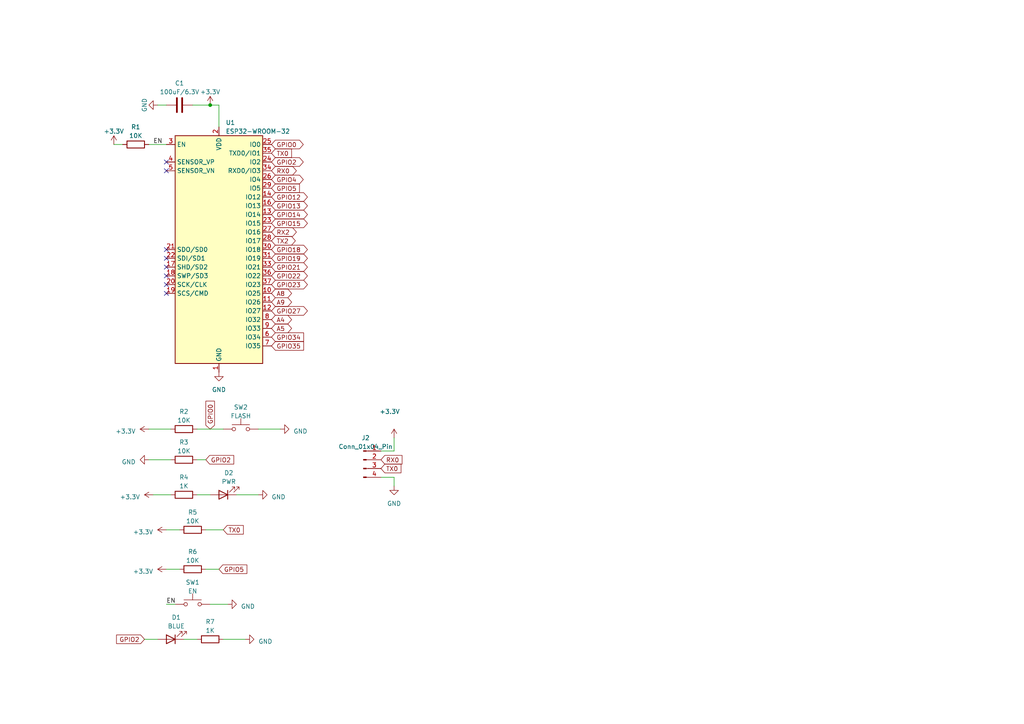
<source format=kicad_sch>
(kicad_sch (version 20230121) (generator eeschema)
  (paper "A4")
  (lib_symbols
    (symbol "Connector:Conn_01x04_Pin" (pin_names (offset 1.016) hide)
      (property "Reference" "J" (at 0 5.08 0))
      (property "Value" "Conn_01x04_Pin" (at 0 -7.62 0))
      (symbol "Conn_01x04_Pin_1_1"
        (polyline (pts (xy 1.27 -5.08) (xy 0.8636 -5.08)) (stroke (width 0.1524)))
        (polyline (pts (xy 1.27 -2.54) (xy 0.8636 -2.54)) (stroke (width 0.1524)))
        (polyline (pts (xy 1.27 0) (xy 0.8636 0)) (stroke (width 0.1524)))
        (polyline (pts (xy 1.27 2.54) (xy 0.8636 2.54)) (stroke (width 0.1524)))
        (rectangle (start 0.8636 -4.953) (end 0 -5.207) (stroke (width 0.1524)) (fill (type outline)))
        (rectangle (start 0.8636 -2.413) (end 0 -2.667) (stroke (width 0.1524)) (fill (type outline)))
        (rectangle (start 0.8636 0.127) (end 0 -0.127) (stroke (width 0.1524)) (fill (type outline)))
        (rectangle (start 0.8636 2.667) (end 0 2.413) (stroke (width 0.1524)) (fill (type outline)))
        (pin passive line (at 5.08 2.54 180) (length 3.81) (name "Pin_1") (number "1"))
        (pin passive line (at 5.08 0 180) (length 3.81) (name "Pin_2") (number "2"))
        (pin passive line (at 5.08 -2.54 180) (length 3.81) (name "Pin_3") (number "3"))
        (pin passive line (at 5.08 -5.08 180) (length 3.81) (name "Pin_4") (number "4"))
      )
    )
    (symbol "Device:C" (pin_numbers hide) (pin_names (offset 0.254))
      (property "Reference" "C" (at 0.635 2.54 0))
      (property "Value" "C" (at 0.635 -2.54 0))
      (symbol "C_0_1"
        (polyline (pts (xy -2.032 -0.762) (xy 2.032 -0.762)) (stroke (width 0.508)))
        (polyline (pts (xy -2.032 0.762) (xy 2.032 0.762)) (stroke (width 0.508)))
      )
      (symbol "C_1_1"
        (pin passive line (at 0 3.81 270) (length 2.794) (name "~") (number "1"))
        (pin passive line (at 0 -3.81 90) (length 2.794) (name "~") (number "2"))
      )
    )
    (symbol "Device:LED" (pin_numbers hide) (pin_names (offset 1.016) hide)
      (property "Reference" "D" (at 0 2.54 0))
      (property "Value" "LED" (at 0 -2.54 0))
      (symbol "LED_0_1"
        (polyline (pts (xy -1.27 -1.27) (xy -1.27 1.27)) (stroke (width 0.254)))
        (polyline (pts (xy -1.27 0) (xy 1.27 0)))
        (polyline (pts (xy 1.27 -1.27) (xy 1.27 1.27) (xy -1.27 0) (xy 1.27 -1.27)) (stroke (width 0.254)))
        (polyline (pts (xy -3.048 -0.762) (xy -4.572 -2.286) (xy -3.81 -2.286) (xy -4.572 -2.286) (xy -4.572 -1.524)))
        (polyline (pts (xy -1.778 -0.762) (xy -3.302 -2.286) (xy -2.54 -2.286) (xy -3.302 -2.286) (xy -3.302 -1.524)))
      )
      (symbol "LED_1_1"
        (pin passive line (at -3.81 0 0) (length 2.54) (name "K") (number "1"))
        (pin passive line (at 3.81 0 180) (length 2.54) (name "A") (number "2"))
      )
    )
    (symbol "Device:R" (pin_numbers hide) (pin_names (offset 0))
      (property "Reference" "R" (at 2.032 0 90))
      (property "Value" "R" (at 0 0 90))
      (symbol "R_0_1"
        (rectangle (start -1.016 -2.54) (end 1.016 2.54) (stroke (width 0.254)))
      )
      (symbol "R_1_1"
        (pin passive line (at 0 3.81 270) (length 1.27) (name "~") (number "1"))
        (pin passive line (at 0 -3.81 90) (length 1.27) (name "~") (number "2"))
      )
    )
    (symbol "RF_Module:ESP32-WROOM-32"
      (property "Reference" "U" (at -12.7 34.29 0))
      (property "Value" "ESP32-WROOM-32" (at 1.27 34.29 0))
      (symbol "ESP32-WROOM-32_0_1"
        (rectangle (start -12.7 33.02) (end 12.7 -33.02) (stroke (width 0.254)) (fill (type background)))
      )
      (symbol "ESP32-WROOM-32_1_1"
        (pin power_in line (at 0 -35.56 90) (length 2.54) (name "GND") (number "1"))
        (pin bidirectional line (at 15.24 -12.7 180) (length 2.54) (name "IO25") (number "10"))
        (pin bidirectional line (at 15.24 -15.24 180) (length 2.54) (name "IO26") (number "11"))
        (pin bidirectional line (at 15.24 -17.78 180) (length 2.54) (name "IO27") (number "12"))
        (pin bidirectional line (at 15.24 10.16 180) (length 2.54) (name "IO14") (number "13"))
        (pin bidirectional line (at 15.24 15.24 180) (length 2.54) (name "IO12") (number "14"))
        (pin passive line (at 0 -35.56 90) (length 2.54) hide (name "GND") (number "15"))
        (pin bidirectional line (at 15.24 12.7 180) (length 2.54) (name "IO13") (number "16"))
        (pin bidirectional line (at -15.24 -5.08 0) (length 2.54) (name "SHD/SD2") (number "17"))
        (pin bidirectional line (at -15.24 -7.62 0) (length 2.54) (name "SWP/SD3") (number "18"))
        (pin bidirectional line (at -15.24 -12.7 0) (length 2.54) (name "SCS/CMD") (number "19"))
        (pin power_in line (at 0 35.56 270) (length 2.54) (name "VDD") (number "2"))
        (pin bidirectional line (at -15.24 -10.16 0) (length 2.54) (name "SCK/CLK") (number "20"))
        (pin bidirectional line (at -15.24 0 0) (length 2.54) (name "SDO/SD0") (number "21"))
        (pin bidirectional line (at -15.24 -2.54 0) (length 2.54) (name "SDI/SD1") (number "22"))
        (pin bidirectional line (at 15.24 7.62 180) (length 2.54) (name "IO15") (number "23"))
        (pin bidirectional line (at 15.24 25.4 180) (length 2.54) (name "IO2") (number "24"))
        (pin bidirectional line (at 15.24 30.48 180) (length 2.54) (name "IO0") (number "25"))
        (pin bidirectional line (at 15.24 20.32 180) (length 2.54) (name "IO4") (number "26"))
        (pin bidirectional line (at 15.24 5.08 180) (length 2.54) (name "IO16") (number "27"))
        (pin bidirectional line (at 15.24 2.54 180) (length 2.54) (name "IO17") (number "28"))
        (pin bidirectional line (at 15.24 17.78 180) (length 2.54) (name "IO5") (number "29"))
        (pin input line (at -15.24 30.48 0) (length 2.54) (name "EN") (number "3"))
        (pin bidirectional line (at 15.24 0 180) (length 2.54) (name "IO18") (number "30"))
        (pin bidirectional line (at 15.24 -2.54 180) (length 2.54) (name "IO19") (number "31"))
        (pin no_connect line (at -12.7 -27.94 0) (length 2.54) hide (name "NC") (number "32"))
        (pin bidirectional line (at 15.24 -5.08 180) (length 2.54) (name "IO21") (number "33"))
        (pin bidirectional line (at 15.24 22.86 180) (length 2.54) (name "RXD0/IO3") (number "34"))
        (pin bidirectional line (at 15.24 27.94 180) (length 2.54) (name "TXD0/IO1") (number "35"))
        (pin bidirectional line (at 15.24 -7.62 180) (length 2.54) (name "IO22") (number "36"))
        (pin bidirectional line (at 15.24 -10.16 180) (length 2.54) (name "IO23") (number "37"))
        (pin passive line (at 0 -35.56 90) (length 2.54) hide (name "GND") (number "38"))
        (pin passive line (at 0 -35.56 90) (length 2.54) hide (name "GND") (number "39"))
        (pin input line (at -15.24 25.4 0) (length 2.54) (name "SENSOR_VP") (number "4"))
        (pin input line (at -15.24 22.86 0) (length 2.54) (name "SENSOR_VN") (number "5"))
        (pin input line (at 15.24 -25.4 180) (length 2.54) (name "IO34") (number "6"))
        (pin input line (at 15.24 -27.94 180) (length 2.54) (name "IO35") (number "7"))
        (pin bidirectional line (at 15.24 -20.32 180) (length 2.54) (name "IO32") (number "8"))
        (pin bidirectional line (at 15.24 -22.86 180) (length 2.54) (name "IO33") (number "9"))
      )
    )
    (symbol "Switch:SW_Push" (pin_numbers hide) (pin_names (offset 1.016) hide)
      (property "Reference" "SW" (at 1.27 2.54 0))
      (property "Value" "SW_Push" (at 0 -1.524 0))
      (symbol "SW_Push_0_1"
        (circle (center -2.032 0) (radius 0.508))
        (polyline (pts (xy 0 1.27) (xy 0 3.048)))
        (polyline (pts (xy 2.54 1.27) (xy -2.54 1.27)))
        (circle (center 2.032 0) (radius 0.508))
        (pin passive line (at -5.08 0 0) (length 2.54) (name "1") (number "1"))
        (pin passive line (at 5.08 0 180) (length 2.54) (name "2") (number "2"))
      )
    )
    (symbol "power:+3.3V" (power) (pin_names (offset 0))
      (property "Value" "+3.3V" (at 0 3.556 0))
      (symbol "+3.3V_0_1"
        (polyline (pts (xy -0.762 1.27) (xy 0 2.54)))
        (polyline (pts (xy 0 0) (xy 0 2.54)))
        (polyline (pts (xy 0 2.54) (xy 0.762 1.27)))
      )
      (symbol "+3.3V_1_1"
        (pin power_in line (at 0 0 90) (length 0) hide (name "+3.3V") (number "1"))
      )
    )
    (symbol "power:GND" (power) (pin_names (offset 0))
      (property "Value" "GND" (at 0 -3.81 0))
      (symbol "GND_0_1"
        (polyline (pts (xy 0 0) (xy 0 -1.27) (xy 1.27 -1.27) (xy 0 -2.54) (xy -1.27 -1.27) (xy 0 -1.27)))
      )
      (symbol "GND_1_1"
        (pin power_in line (at 0 0 270) (length 0) hide (name "GND") (number "1"))
      )
    )
  )
  (junction (at 60.96 30.48))
  (no_connect (at 48.26 46.99))
  (no_connect (at 48.26 85.09))
  (no_connect (at 48.26 49.53))
  (no_connect (at 48.26 80.01))
  (no_connect (at 48.26 82.55))
  (no_connect (at 48.26 74.93))
  (no_connect (at 48.26 72.39))
  (no_connect (at 48.26 77.47))
  (wire (pts (xy 57.15 143.51) (xy 60.96 143.51)))
  (wire (pts (xy 41.91 185.42) (xy 45.72 185.42)))
  (wire (pts (xy 43.18 133.35) (xy 49.53 133.35)))
  (wire (pts (xy 43.18 41.91) (xy 48.26 41.91)))
  (wire (pts (xy 59.69 165.1) (xy 63.5 165.1)))
  (wire (pts (xy 63.5 30.48) (xy 60.96 30.48)))
  (wire (pts (xy 53.34 185.42) (xy 57.15 185.42)))
  (wire (pts (xy 45.72 30.48) (xy 48.26 30.48)))
  (wire (pts (xy 43.18 124.46) (xy 49.53 124.46)))
  (wire (pts (xy 59.69 153.67) (xy 64.77 153.67)))
  (wire (pts (xy 114.3 140.97) (xy 114.3 138.43)))
  (wire (pts (xy 57.15 124.46) (xy 64.77 124.46)))
  (wire (pts (xy 64.77 185.42) (xy 71.12 185.42)))
  (wire (pts (xy 48.26 165.1) (xy 52.07 165.1)))
  (wire (pts (xy 114.3 127) (xy 114.3 130.81)))
  (wire (pts (xy 63.5 30.48) (xy 63.5 36.83)))
  (wire (pts (xy 114.3 138.43) (xy 110.49 138.43)))
  (wire (pts (xy 68.58 143.51) (xy 74.93 143.51)))
  (wire (pts (xy 60.96 175.26) (xy 66.04 175.26)))
  (wire (pts (xy 48.26 175.26) (xy 50.8 175.26)))
  (wire (pts (xy 33.02 41.91) (xy 35.56 41.91)))
  (wire (pts (xy 74.93 124.46) (xy 81.28 124.46)))
  (wire (pts (xy 114.3 130.81) (xy 110.49 130.81)))
  (wire (pts (xy 48.26 153.67) (xy 52.07 153.67)))
  (wire (pts (xy 57.15 133.35) (xy 59.69 133.35)))
  (wire (pts (xy 44.45 143.51) (xy 49.53 143.51)))
  (wire (pts (xy 60.96 30.48) (xy 55.88 30.48)))
  (label "EN" (at 44.45 41.91 0))
  (label "EN" (at 48.26 175.26 0))
  (global_label "GPIO14" (shape bidirectional) (at 78.74 62.23 0) (property "Intersheetrefs" "${INTERSHEET_REFS}" (effects hide)))
  (global_label "RX0" (shape bidirectional) (at 78.74 49.53 0) (property "Intersheetrefs" "${INTERSHEET_REFS}" (effects hide)))
  (global_label "TX0" (shape input) (at 110.49 135.89 0) (property "Intersheetrefs" "${INTERSHEET_REFS}" (effects hide)))
  (global_label "GPIO12" (shape bidirectional) (at 78.74 57.15 0) (property "Intersheetrefs" "${INTERSHEET_REFS}" (effects hide)))
  (global_label "GPIO0" (shape input) (at 60.96 124.46 90) (property "Intersheetrefs" "${INTERSHEET_REFS}" (effects hide)))
  (global_label "GPIO22" (shape bidirectional) (at 78.74 80.01 0) (property "Intersheetrefs" "${INTERSHEET_REFS}" (effects hide)))
  (global_label "GPIO2" (shape input) (at 41.91 185.42 180) (property "Intersheetrefs" "${INTERSHEET_REFS}" (effects hide)))
  (global_label "GPIO15" (shape bidirectional) (at 78.74 64.77 0) (property "Intersheetrefs" "${INTERSHEET_REFS}" (effects hide)))
  (global_label "GPIO27" (shape bidirectional) (at 78.74 90.17 0) (property "Intersheetrefs" "${INTERSHEET_REFS}" (effects hide)))
  (global_label "GPIO4" (shape bidirectional) (at 78.74 52.07 0) (property "Intersheetrefs" "${INTERSHEET_REFS}" (effects hide)))
  (global_label "TX0" (shape input) (at 64.77 153.67 0) (property "Intersheetrefs" "${INTERSHEET_REFS}" (effects hide)))
  (global_label "TX2" (shape bidirectional) (at 78.74 69.85 0) (property "Intersheetrefs" "${INTERSHEET_REFS}" (effects hide)))
  (global_label "GPIO5" (shape input) (at 63.5 165.1 0) (property "Intersheetrefs" "${INTERSHEET_REFS}" (effects hide)))
  (global_label "GPIO0" (shape bidirectional) (at 78.74 41.91 0) (property "Intersheetrefs" "${INTERSHEET_REFS}" (effects hide)))
  (global_label "A8" (shape bidirectional) (at 78.74 85.09 0) (property "Intersheetrefs" "${INTERSHEET_REFS}" (effects hide)))
  (global_label "GPIO34" (shape input) (at 78.74 97.79 0) (property "Intersheetrefs" "${INTERSHEET_REFS}" (effects hide)))
  (global_label "A9" (shape bidirectional) (at 78.74 87.63 0) (property "Intersheetrefs" "${INTERSHEET_REFS}" (effects hide)))
  (global_label "GPIO21" (shape bidirectional) (at 78.74 77.47 0) (property "Intersheetrefs" "${INTERSHEET_REFS}" (effects hide)))
  (global_label "GPIO5" (shape input) (at 78.74 54.61 0) (property "Intersheetrefs" "${INTERSHEET_REFS}" (effects hide)))
  (global_label "RX2" (shape bidirectional) (at 78.74 67.31 0) (property "Intersheetrefs" "${INTERSHEET_REFS}" (effects hide)))
  (global_label "TX0" (shape input) (at 78.74 44.45 0) (property "Intersheetrefs" "${INTERSHEET_REFS}" (effects hide)))
  (global_label "GPIO2" (shape bidirectional) (at 78.74 46.99 0) (property "Intersheetrefs" "${INTERSHEET_REFS}" (effects hide)))
  (global_label "A4" (shape bidirectional) (at 78.74 92.71 0) (property "Intersheetrefs" "${INTERSHEET_REFS}" (effects hide)))
  (global_label "GPIO35" (shape input) (at 78.74 100.33 0) (property "Intersheetrefs" "${INTERSHEET_REFS}" (effects hide)))
  (global_label "RX0" (shape input) (at 110.49 133.35 0) (property "Intersheetrefs" "${INTERSHEET_REFS}" (effects hide)))
  (global_label "GPIO18" (shape bidirectional) (at 78.74 72.39 0) (property "Intersheetrefs" "${INTERSHEET_REFS}" (effects hide)))
  (global_label "GPIO23" (shape bidirectional) (at 78.74 82.55 0) (property "Intersheetrefs" "${INTERSHEET_REFS}" (effects hide)))
  (global_label "GPIO2" (shape input) (at 59.69 133.35 0) (property "Intersheetrefs" "${INTERSHEET_REFS}" (effects hide)))
  (global_label "GPIO19" (shape bidirectional) (at 78.74 74.93 0) (property "Intersheetrefs" "${INTERSHEET_REFS}" (effects hide)))
  (global_label "GPIO13" (shape bidirectional) (at 78.74 59.69 0) (property "Intersheetrefs" "${INTERSHEET_REFS}" (effects hide)))
  (global_label "A5" (shape bidirectional) (at 78.74 95.25 0) (property "Intersheetrefs" "${INTERSHEET_REFS}" (effects hide)))
  (symbol (lib_id "RF_Module:ESP32-WROOM-32") (at 63.5 72.39 0) (unit 1)
    (property "Reference" "U1" (at 65.4559 35.56 0) (effects (justify left)))
    (property "Value" "ESP32-WROOM-32" (at 65.4559 38.1 0) (effects (justify left)))
    (property "Footprint" "RF_Module:ESP32-WROOM-32" (effects hide))
    (property "Datasheet" "https://www.espressif.com/sites/default/files/documentation/esp32-wroom-32_datasheet_en.pdf" (effects hide))
  )
  (symbol (lib_id "Device:R") (at 39.37 41.91 90) (unit 1)
    (property "Reference" "R1" (at 39.37 36.83 90))
    (property "Value" "10K" (at 39.37 39.37 90))
    (property "Footprint" "Resistor_SMD:R_0805_2012Metric_Pad1.20x1.40mm_HandSolder" (effects hide))
  )
  (symbol (lib_id "power:+3.3V") (at 44.45 143.51 90) (unit 1)
    (property "Reference" "#PWR04" (effects hide))
    (property "Value" "+3.3V" (at 40.64 144.145 90) (effects (justify left)))
  )
  (symbol (lib_id "Device:LED") (at 64.77 143.51 180) (unit 1)
    (property "Reference" "D2" (at 66.3575 137.16 0))
    (property "Value" "PWR" (at 66.3575 139.7 0))
    (property "Footprint" "LED_SMD:LED_0805_2012Metric_Pad1.15x1.40mm_HandSolder" (effects hide))
  )
  (symbol (lib_id "power:GND") (at 81.28 124.46 90) (unit 1)
    (property "Reference" "#PWR013" (effects hide))
    (property "Value" "GND" (at 85.09 125.095 90) (effects (justify right)))
  )
  (symbol (lib_id "Device:R") (at 55.88 165.1 90) (unit 1)
    (property "Reference" "R6" (at 55.88 160.02 90))
    (property "Value" "10K" (at 55.88 162.56 90))
    (property "Footprint" "Resistor_SMD:R_0805_2012Metric_Pad1.20x1.40mm_HandSolder" (effects hide))
  )
  (symbol (lib_id "power:+3.3V") (at 48.26 165.1 90) (unit 1)
    (property "Reference" "#PWR07" (effects hide))
    (property "Value" "+3.3V" (at 44.45 165.735 90) (effects (justify left)))
  )
  (symbol (lib_id "Switch:SW_Push") (at 69.85 124.46 0) (unit 1)
    (property "Reference" "SW2" (at 69.85 118.11 0))
    (property "Value" "FLASH" (at 69.85 120.65 0))
    (property "Footprint" "Button_Switch_SMD:SW_DIP_SPSTx01_Slide_Copal_CHS-01B_W7.62mm_P1.27mm" (effects hide))
  )
  (symbol (lib_id "power:GND") (at 114.3 140.97 0) (unit 1)
    (property "Reference" "#PWR017" (effects hide))
    (property "Value" "GND" (at 114.3 146.05 0))
  )
  (symbol (lib_id "power:GND") (at 71.12 185.42 90) (unit 1)
    (property "Reference" "#PWR011" (effects hide))
    (property "Value" "GND" (at 74.93 186.055 90) (effects (justify right)))
  )
  (symbol (lib_id "power:+3.3V") (at 114.3 127 0) (unit 1)
    (property "Reference" "#PWR016" (effects hide))
    (property "Value" "+3.3V" (at 113.03 119.38 0))
  )
  (symbol (lib_id "power:GND") (at 63.5 107.95 0) (unit 1)
    (property "Reference" "#PWR09" (effects hide))
    (property "Value" "GND" (at 63.5 113.03 0))
  )
  (symbol (lib_id "power:GND") (at 45.72 30.48 270) (unit 1)
    (property "Reference" "#PWR05" (effects hide))
    (property "Value" "GND" (at 41.91 30.48 0))
  )
  (symbol (lib_id "power:GND") (at 43.18 133.35 270) (unit 1)
    (property "Reference" "#PWR03" (effects hide))
    (property "Value" "GND" (at 39.37 133.985 90) (effects (justify right)))
  )
  (symbol (lib_id "power:+3.3V") (at 43.18 124.46 90) (unit 1)
    (property "Reference" "#PWR02" (effects hide))
    (property "Value" "+3.3V" (at 39.37 125.095 90) (effects (justify left)))
  )
  (symbol (lib_id "Connector:Conn_01x04_Pin") (at 105.41 133.35 0) (unit 1)
    (property "Reference" "J2" (at 106.045 127 0))
    (property "Value" "Conn_01x04_Pin" (at 106.045 129.54 0))
    (property "Footprint" "Connector_PinHeader_2.54mm:PinHeader_1x04_P2.54mm_Vertical" (effects hide))
  )
  (symbol (lib_id "Device:R") (at 53.34 124.46 90) (unit 1)
    (property "Reference" "R2" (at 53.34 119.38 90))
    (property "Value" "10K" (at 53.34 121.92 90))
    (property "Footprint" "Resistor_SMD:R_0805_2012Metric_Pad1.20x1.40mm_HandSolder" (effects hide))
  )
  (symbol (lib_id "power:+3.3V") (at 33.02 41.91 0) (unit 1)
    (property "Reference" "#PWR01" (effects hide))
    (property "Value" "+3.3V" (at 33.02 38.1 0))
  )
  (symbol (lib_id "Device:R") (at 60.96 185.42 90) (unit 1)
    (property "Reference" "R7" (at 60.96 180.34 90))
    (property "Value" "1K" (at 60.96 182.88 90))
    (property "Footprint" "Resistor_SMD:R_0805_2012Metric_Pad1.20x1.40mm_HandSolder" (effects hide))
  )
  (symbol (lib_id "Device:R") (at 55.88 153.67 90) (unit 1)
    (property "Reference" "R5" (at 55.88 148.59 90))
    (property "Value" "10K" (at 55.88 151.13 90))
    (property "Footprint" "Resistor_SMD:R_0805_2012Metric_Pad1.20x1.40mm_HandSolder" (effects hide))
  )
  (symbol (lib_id "Device:C") (at 52.07 30.48 270) (unit 1)
    (property "Reference" "C1" (at 52.07 24.13 90))
    (property "Value" "100uF/6.3V" (at 52.07 26.67 90))
    (property "Footprint" "Capacitor_SMD:C_0805_2012Metric_Pad1.18x1.45mm_HandSolder" (effects hide))
  )
  (symbol (lib_id "Device:R") (at 53.34 133.35 90) (unit 1)
    (property "Reference" "R3" (at 53.34 128.27 90))
    (property "Value" "10K" (at 53.34 130.81 90))
    (property "Footprint" "Resistor_SMD:R_0805_2012Metric_Pad1.20x1.40mm_HandSolder" (effects hide))
  )
  (symbol (lib_id "power:+3.3V") (at 60.96 30.48 0) (unit 1)
    (property "Reference" "#PWR08" (effects hide))
    (property "Value" "+3.3V" (at 60.96 26.67 0))
  )
  (symbol (lib_id "power:GND") (at 66.04 175.26 90) (unit 1)
    (property "Reference" "#PWR010" (effects hide))
    (property "Value" "GND" (at 69.85 175.895 90) (effects (justify right)))
  )
  (symbol (lib_id "power:GND") (at 74.93 143.51 90) (unit 1)
    (property "Reference" "#PWR012" (effects hide))
    (property "Value" "GND" (at 78.74 144.145 90) (effects (justify right)))
  )
  (symbol (lib_id "power:+3.3V") (at 48.26 153.67 90) (unit 1)
    (property "Reference" "#PWR06" (effects hide))
    (property "Value" "+3.3V" (at 44.45 154.305 90) (effects (justify left)))
  )
  (symbol (lib_id "Device:LED") (at 49.53 185.42 180) (unit 1)
    (property "Reference" "D1" (at 51.1175 179.07 0))
    (property "Value" "BLUE" (at 51.1175 181.61 0))
    (property "Footprint" "LED_SMD:LED_0805_2012Metric_Pad1.15x1.40mm_HandSolder" (effects hide))
  )
  (symbol (lib_id "Switch:SW_Push") (at 55.88 175.26 0) (unit 1)
    (property "Reference" "SW1" (at 55.88 168.91 0))
    (property "Value" "EN" (at 55.88 171.45 0))
    (property "Footprint" "Button_Switch_SMD:SW_DIP_SPSTx01_Slide_Copal_CHS-01B_W7.62mm_P1.27mm" (effects hide))
  )
  (symbol (lib_id "Device:R") (at 53.34 143.51 90) (unit 1)
    (property "Reference" "R4" (at 53.34 138.43 90))
    (property "Value" "1K" (at 53.34 140.97 90))
    (property "Footprint" "Resistor_SMD:R_0805_2012Metric_Pad1.20x1.40mm_HandSolder" (effects hide))
  )
)
</source>
